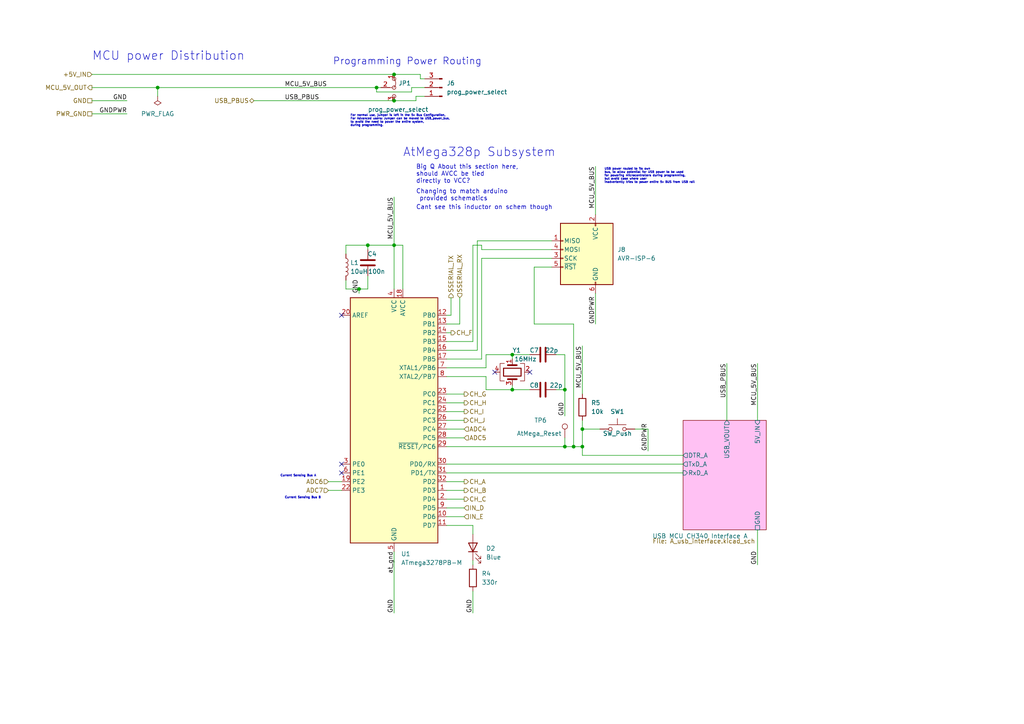
<source format=kicad_sch>
(kicad_sch (version 20211123) (generator eeschema)
  (paper "A4")
  (lib_symbols
    (symbol "000_Capacitor_Film_Immo:cap_film_0805" (pin_numbers hide) (pin_names (offset 0.254))
      (property "Reference" "C" (at 0.635 2.54 0))
      (property "Value" "cap_film_0805" (at 0.635 -2.54 0))
      (symbol "cap_film_0805_0_1"
        (polyline (pts (xy -2.032 -0.762) (xy 2.032 -0.762)) (stroke (width 0.508)))
        (polyline (pts (xy -2.032 0.762) (xy 2.032 0.762)) (stroke (width 0.508)))
      )
      (symbol "cap_film_0805_1_1"
        (pin passive line (at 0 3.81 270) (length 2.794) (name "~") (number "1"))
        (pin passive line (at 0 -3.81 90) (length 2.794) (name "~") (number "2"))
      )
    )
    (symbol "000_Connectors_Immo:Jumper_3_Bridged12" (pin_names (offset 0) hide)
      (property "Reference" "JP" (at -2.54 -2.54 0))
      (property "Value" "Jumper_3_Bridged12" (at 0 2.794 0))
      (symbol "Jumper_3_Bridged12_0_0"
        (circle (center -2.54 0) (radius 0.508))
        (circle (center 0 0) (radius 0.508))
        (circle (center 2.54 0) (radius 0.508))
      )
      (symbol "Jumper_3_Bridged12_0_1"
        (arc (start 0 -0.0807) (mid -1.27 0.4699) (end -2.54 -0.0807))
        (polyline (pts (xy 0 -1.27) (xy 0 -0.508)))
      )
      (symbol "Jumper_3_Bridged12_1_1"
        (pin passive line (at -3.81 0 0) (length 1.27) (name "A") (number "1"))
        (pin input line (at 0 -3.81 90) (length 2.54) (name "C") (number "2"))
        (pin passive line (at 3.81 0 180) (length 1.27) (name "B") (number "3"))
      )
    )
    (symbol "000_Diodes_Immo:LED_0805_smd" (pin_numbers hide) (pin_names (offset 1.016) hide)
      (property "Reference" "D" (at 0 2.54 0))
      (property "Value" "LED_0805_smd" (at 0 -3.81 0))
      (symbol "LED_0805_smd_0_1"
        (polyline (pts (xy -1.27 -1.27) (xy -1.27 1.27)) (stroke (width 0.254)))
        (polyline (pts (xy -1.27 0) (xy 1.27 0)))
        (polyline (pts (xy 1.27 -1.27) (xy 1.27 1.27) (xy -1.27 0) (xy 1.27 -1.27)) (stroke (width 0.254)))
        (polyline (pts (xy -3.048 -0.762) (xy -4.572 -2.286) (xy -3.81 -2.286) (xy -4.572 -2.286) (xy -4.572 -1.524)))
        (polyline (pts (xy -1.778 -0.762) (xy -3.302 -2.286) (xy -2.54 -2.286) (xy -3.302 -2.286) (xy -3.302 -1.524)))
      )
      (symbol "LED_0805_smd_1_1"
        (pin passive line (at -3.81 0 0) (length 2.54) (name "K") (number "1"))
        (pin passive line (at 3.81 0 180) (length 2.54) (name "A") (number "2"))
      )
    )
    (symbol "000_MCU_microcontrollers_Immo:ATmega3278PB-M"
      (property "Reference" "U" (at -12.7 36.83 0))
      (property "Value" "ATmega3278PB-M" (at 2.54 -36.83 0))
      (symbol "ATmega3278PB-M_0_1"
        (rectangle (start -12.7 -35.56) (end 12.7 35.56) (stroke (width 0.254)) (fill (type background)))
      )
      (symbol "ATmega3278PB-M_1_1"
        (pin bidirectional line (at 15.24 -20.32 180) (length 2.54) (name "PD3") (number "1"))
        (pin bidirectional line (at 15.24 -27.94 180) (length 2.54) (name "PD6") (number "10"))
        (pin bidirectional line (at 15.24 -30.48 180) (length 2.54) (name "PD7") (number "11"))
        (pin bidirectional line (at 15.24 30.48 180) (length 2.54) (name "PB0") (number "12"))
        (pin bidirectional line (at 15.24 27.94 180) (length 2.54) (name "PB1") (number "13"))
        (pin bidirectional line (at 15.24 25.4 180) (length 2.54) (name "PB2") (number "14"))
        (pin bidirectional line (at 15.24 22.86 180) (length 2.54) (name "PB3") (number "15"))
        (pin bidirectional line (at 15.24 20.32 180) (length 2.54) (name "PB4") (number "16"))
        (pin bidirectional line (at 15.24 17.78 180) (length 2.54) (name "PB5") (number "17"))
        (pin power_in line (at 2.54 38.1 270) (length 2.54) (name "AVCC") (number "18"))
        (pin bidirectional line (at -15.24 -17.78 0) (length 2.54) (name "PE2") (number "19"))
        (pin bidirectional line (at 15.24 -22.86 180) (length 2.54) (name "PD4") (number "2"))
        (pin passive line (at -15.24 30.48 0) (length 2.54) (name "AREF") (number "20"))
        (pin passive line (at 0 -38.1 90) (length 2.54) hide (name "GND") (number "21"))
        (pin bidirectional line (at -15.24 -20.32 0) (length 2.54) (name "PE3") (number "22"))
        (pin bidirectional line (at 15.24 7.62 180) (length 2.54) (name "PC0") (number "23"))
        (pin bidirectional line (at 15.24 5.08 180) (length 2.54) (name "PC1") (number "24"))
        (pin bidirectional line (at 15.24 2.54 180) (length 2.54) (name "PC2") (number "25"))
        (pin bidirectional line (at 15.24 0 180) (length 2.54) (name "PC3") (number "26"))
        (pin bidirectional line (at 15.24 -2.54 180) (length 2.54) (name "PC4") (number "27"))
        (pin bidirectional line (at 15.24 -5.08 180) (length 2.54) (name "PC5") (number "28"))
        (pin bidirectional line (at 15.24 -7.62 180) (length 2.54) (name "~{RESET}/PC6") (number "29"))
        (pin bidirectional line (at -15.24 -12.7 0) (length 2.54) (name "PE0") (number "3"))
        (pin bidirectional line (at 15.24 -12.7 180) (length 2.54) (name "PD0/RX") (number "30"))
        (pin bidirectional line (at 15.24 -15.24 180) (length 2.54) (name "PD1/TX") (number "31"))
        (pin bidirectional line (at 15.24 -17.78 180) (length 2.54) (name "PD2") (number "32"))
        (pin passive line (at 0 -38.1 90) (length 2.54) hide (name "GND") (number "33"))
        (pin power_in line (at 0 38.1 270) (length 2.54) (name "VCC") (number "4"))
        (pin power_in line (at 0 -38.1 90) (length 2.54) (name "GND") (number "5"))
        (pin bidirectional line (at -15.24 -15.24 0) (length 2.54) (name "PE1") (number "6"))
        (pin bidirectional line (at 15.24 15.24 180) (length 2.54) (name "XTAL1/PB6") (number "7"))
        (pin bidirectional line (at 15.24 12.7 180) (length 2.54) (name "XTAL2/PB7") (number "8"))
        (pin bidirectional line (at 15.24 -25.4 180) (length 2.54) (name "PD5") (number "9"))
      )
    )
    (symbol "000_Resistors_Immo:Resistor_0805" (pin_numbers hide) (pin_names (offset 0))
      (property "Reference" "R?" (at 2.54 1.2701 0))
      (property "Value" "Resistor_0805" (at 2.54 -1.2699 0))
      (symbol "Resistor_0805_0_1"
        (rectangle (start -1.016 -2.54) (end 1.016 2.54) (stroke (width 0.254)))
      )
      (symbol "Resistor_0805_1_1"
        (pin passive line (at 0 3.81 270) (length 1.27) (name "~") (number "1"))
        (pin passive line (at 0 -3.81 90) (length 1.27) (name "~") (number "2"))
      )
    )
    (symbol "Connector:AVR-ISP-6" (pin_names (offset 1.016))
      (property "Reference" "J" (at -6.35 11.43 0))
      (property "Value" "AVR-ISP-6" (at 0 11.43 0))
      (symbol "AVR-ISP-6_0_1"
        (rectangle (start -2.667 -6.858) (end -2.413 -7.62))
        (rectangle (start -2.667 10.16) (end -2.413 9.398))
        (rectangle (start 7.62 -2.413) (end 6.858 -2.667))
        (rectangle (start 7.62 0.127) (end 6.858 -0.127))
        (rectangle (start 7.62 2.667) (end 6.858 2.413))
        (rectangle (start 7.62 5.207) (end 6.858 4.953))
        (rectangle (start 7.62 10.16) (end -7.62 -7.62) (stroke (width 0.254)) (fill (type background)))
      )
      (symbol "AVR-ISP-6_1_1"
        (pin passive line (at 10.16 5.08 180) (length 2.54) (name "MISO") (number "1"))
        (pin passive line (at -2.54 12.7 270) (length 2.54) (name "VCC") (number "2"))
        (pin passive line (at 10.16 0 180) (length 2.54) (name "SCK") (number "3"))
        (pin passive line (at 10.16 2.54 180) (length 2.54) (name "MOSI") (number "4"))
        (pin passive line (at 10.16 -2.54 180) (length 2.54) (name "~{RST}") (number "5"))
        (pin passive line (at -2.54 -10.16 90) (length 2.54) (name "GND") (number "6"))
      )
    )
    (symbol "Connector:Conn_01x03_Male" (pin_names (offset 1.016) hide)
      (property "Reference" "J" (at 0 5.08 0))
      (property "Value" "Conn_01x03_Male" (at 0 -5.08 0))
      (symbol "Conn_01x03_Male_1_1"
        (polyline (pts (xy 1.27 -2.54) (xy 0.8636 -2.54)) (stroke (width 0.1524)))
        (polyline (pts (xy 1.27 0) (xy 0.8636 0)) (stroke (width 0.1524)))
        (polyline (pts (xy 1.27 2.54) (xy 0.8636 2.54)) (stroke (width 0.1524)))
        (rectangle (start 0.8636 -2.413) (end 0 -2.667) (stroke (width 0.1524)) (fill (type outline)))
        (rectangle (start 0.8636 0.127) (end 0 -0.127) (stroke (width 0.1524)) (fill (type outline)))
        (rectangle (start 0.8636 2.667) (end 0 2.413) (stroke (width 0.1524)) (fill (type outline)))
        (pin passive line (at 5.08 2.54 180) (length 3.81) (name "Pin_1") (number "1"))
        (pin passive line (at 5.08 0 180) (length 3.81) (name "Pin_2") (number "2"))
        (pin passive line (at 5.08 -2.54 180) (length 3.81) (name "Pin_3") (number "3"))
      )
    )
    (symbol "Connector:TestPoint" (pin_numbers hide) (pin_names (offset 0.762) hide)
      (property "Reference" "TP" (at 0 6.858 0))
      (property "Value" "TestPoint" (at 0 5.08 0))
      (symbol "TestPoint_0_1"
        (circle (center 0 3.302) (radius 0.762))
      )
      (symbol "TestPoint_1_1"
        (pin passive line (at 0 0 90) (length 2.54) (name "1") (number "1"))
      )
    )
    (symbol "Device:Crystal_GND24" (pin_names (offset 1.016) hide)
      (property "Reference" "Y" (at 3.175 5.08 0))
      (property "Value" "Crystal_GND24" (at 3.175 3.175 0))
      (symbol "Crystal_GND24_0_1"
        (rectangle (start -1.143 2.54) (end 1.143 -2.54) (stroke (width 0.3048)))
        (polyline (pts (xy -2.54 0) (xy -2.032 0)))
        (polyline (pts (xy -2.032 -1.27) (xy -2.032 1.27)) (stroke (width 0.508)))
        (polyline (pts (xy 0 -3.81) (xy 0 -3.556)))
        (polyline (pts (xy 0 3.556) (xy 0 3.81)))
        (polyline (pts (xy 2.032 -1.27) (xy 2.032 1.27)) (stroke (width 0.508)))
        (polyline (pts (xy 2.032 0) (xy 2.54 0)))
        (polyline (pts (xy -2.54 -2.286) (xy -2.54 -3.556) (xy 2.54 -3.556) (xy 2.54 -2.286)))
        (polyline (pts (xy -2.54 2.286) (xy -2.54 3.556) (xy 2.54 3.556) (xy 2.54 2.286)))
      )
      (symbol "Crystal_GND24_1_1"
        (pin passive line (at -3.81 0 0) (length 1.27) (name "1") (number "1"))
        (pin passive line (at 0 5.08 270) (length 1.27) (name "2") (number "2"))
        (pin passive line (at 3.81 0 180) (length 1.27) (name "3") (number "3"))
        (pin passive line (at 0 -5.08 90) (length 1.27) (name "4") (number "4"))
      )
    )
    (symbol "Device:L" (pin_numbers hide) (pin_names (offset 1.016) hide)
      (property "Reference" "L" (at -1.27 0 90))
      (property "Value" "L" (at 1.905 0 90))
      (symbol "L_0_1"
        (arc (start 0 -2.54) (mid 0.635 -1.905) (end 0 -1.27))
        (arc (start 0 -1.27) (mid 0.635 -0.635) (end 0 0))
        (arc (start 0 0) (mid 0.635 0.635) (end 0 1.27))
        (arc (start 0 1.27) (mid 0.635 1.905) (end 0 2.54))
      )
      (symbol "L_1_1"
        (pin passive line (at 0 3.81 270) (length 1.27) (name "1") (number "1"))
        (pin passive line (at 0 -3.81 90) (length 1.27) (name "2") (number "2"))
      )
    )
    (symbol "Switch:SW_Push" (pin_numbers hide) (pin_names (offset 1.016) hide)
      (property "Reference" "SW" (at 1.27 2.54 0))
      (property "Value" "SW_Push" (at 0 -1.524 0))
      (symbol "SW_Push_0_1"
        (circle (center -2.032 0) (radius 0.508))
        (polyline (pts (xy 0 1.27) (xy 0 3.048)))
        (polyline (pts (xy 2.54 1.27) (xy -2.54 1.27)))
        (circle (center 2.032 0) (radius 0.508))
        (pin passive line (at -5.08 0 0) (length 2.54) (name "1") (number "1"))
        (pin passive line (at 5.08 0 180) (length 2.54) (name "2") (number "2"))
      )
    )
    (symbol "power:PWR_FLAG" (power) (pin_numbers hide) (pin_names (offset 0) hide)
      (property "Value" "PWR_FLAG" (at 0 3.81 0))
      (symbol "PWR_FLAG_0_0"
        (pin power_out line (at 0 0 90) (length 0) (name "pwr") (number "1"))
      )
      (symbol "PWR_FLAG_0_1"
        (polyline (pts (xy 0 0) (xy 0 1.27) (xy -1.016 1.905) (xy 0 2.54) (xy 1.016 1.905) (xy 0 1.27)))
      )
    )
  )
  (junction (at 163.83 129.54))
  (junction (at 166.37 129.54))
  (junction (at 45.72 25.4))
  (junction (at 148.59 113.03))
  (junction (at 163.83 113.03))
  (junction (at 106.68 71.12))
  (junction (at 168.91 129.54))
  (junction (at 104.14 83.82))
  (junction (at 114.3 21.59))
  (junction (at 148.59 102.87))
  (junction (at 114.3 71.12))
  (junction (at 168.91 124.46))
  (junction (at 109.22 25.4))
  (junction (at 114.3 29.21))
  (no_connect (at 99.06 91.44))
  (no_connect (at 143.51 107.95))
  (no_connect (at 153.67 107.95))
  (no_connect (at 99.06 134.62))
  (no_connect (at 99.06 137.16))
  (wire (pts (xy 163.83 113.03) (xy 161.29 113.03)))
  (wire (pts (xy 129.54 96.52) (xy 130.81 96.52)))
  (wire (pts (xy 140.97 106.68) (xy 140.97 102.87)))
  (wire (pts (xy 45.72 25.4) (xy 109.22 25.4)))
  (wire (pts (xy 172.72 48.26) (xy 172.72 62.23)))
  (wire (pts (xy 114.3 160.02) (xy 114.3 177.8)))
  (wire (pts (xy 137.16 71.12) (xy 139.7 71.12)))
  (wire (pts (xy 139.7 74.93) (xy 160.02 74.93)))
  (wire (pts (xy 168.91 129.54) (xy 166.37 129.54)))
  (wire (pts (xy 104.14 83.82) (xy 104.14 85.09)))
  (wire (pts (xy 106.68 72.39) (xy 106.68 71.12)))
  (wire (pts (xy 140.97 102.87) (xy 148.59 102.87)))
  (wire (pts (xy 184.15 124.46) (xy 187.96 124.46)))
  (wire (pts (xy 129.54 129.54) (xy 163.83 129.54)))
  (wire (pts (xy 73.66 29.21) (xy 114.3 29.21)))
  (wire (pts (xy 114.3 71.12) (xy 114.3 83.82)))
  (wire (pts (xy 163.83 102.87) (xy 163.83 113.03)))
  (wire (pts (xy 172.72 85.09) (xy 172.72 93.98)))
  (wire (pts (xy 129.54 124.46) (xy 134.62 124.46)))
  (wire (pts (xy 137.16 162.56) (xy 137.16 163.83)))
  (wire (pts (xy 161.29 102.87) (xy 163.83 102.87)))
  (wire (pts (xy 129.54 127) (xy 134.62 127)))
  (wire (pts (xy 139.7 104.14) (xy 139.7 74.93)))
  (wire (pts (xy 166.37 93.98) (xy 166.37 129.54)))
  (wire (pts (xy 26.67 21.59) (xy 114.3 21.59)))
  (wire (pts (xy 198.12 132.08) (xy 168.91 132.08)))
  (wire (pts (xy 129.54 137.16) (xy 198.12 137.16)))
  (wire (pts (xy 129.54 134.62) (xy 198.12 134.62)))
  (wire (pts (xy 148.59 111.76) (xy 148.59 113.03)))
  (wire (pts (xy 129.54 119.38) (xy 134.62 119.38)))
  (wire (pts (xy 129.54 147.32) (xy 134.62 147.32)))
  (wire (pts (xy 148.59 113.03) (xy 140.97 113.03)))
  (wire (pts (xy 163.83 113.03) (xy 163.83 120.65)))
  (wire (pts (xy 139.7 71.12) (xy 139.7 72.39)))
  (wire (pts (xy 168.91 124.46) (xy 168.91 129.54)))
  (wire (pts (xy 114.3 21.59) (xy 121.92 21.59)))
  (wire (pts (xy 109.22 25.4) (xy 110.49 25.4)))
  (wire (pts (xy 129.54 101.6) (xy 138.43 101.6)))
  (wire (pts (xy 129.54 114.3) (xy 134.62 114.3)))
  (wire (pts (xy 168.91 124.46) (xy 173.99 124.46)))
  (wire (pts (xy 120.65 29.21) (xy 120.65 27.94)))
  (wire (pts (xy 129.54 116.84) (xy 134.62 116.84)))
  (wire (pts (xy 114.3 71.12) (xy 116.84 71.12)))
  (wire (pts (xy 119.38 26.67) (xy 119.38 25.4)))
  (wire (pts (xy 100.33 81.28) (xy 100.33 83.82)))
  (wire (pts (xy 116.84 83.82) (xy 116.84 71.12)))
  (wire (pts (xy 148.59 102.87) (xy 148.59 104.14)))
  (wire (pts (xy 138.43 69.85) (xy 160.02 69.85)))
  (wire (pts (xy 137.16 71.12) (xy 137.16 99.06)))
  (wire (pts (xy 129.54 139.7) (xy 134.62 139.7)))
  (wire (pts (xy 120.65 27.94) (xy 123.19 27.94)))
  (wire (pts (xy 95.25 139.7) (xy 99.06 139.7)))
  (wire (pts (xy 129.54 104.14) (xy 139.7 104.14)))
  (wire (pts (xy 168.91 129.54) (xy 168.91 132.08)))
  (wire (pts (xy 137.16 154.94) (xy 137.16 152.4)))
  (wire (pts (xy 154.94 77.47) (xy 154.94 93.98)))
  (wire (pts (xy 100.33 71.12) (xy 100.33 73.66)))
  (wire (pts (xy 106.68 83.82) (xy 106.68 80.01)))
  (wire (pts (xy 129.54 142.24) (xy 134.62 142.24)))
  (wire (pts (xy 137.16 152.4) (xy 129.54 152.4)))
  (wire (pts (xy 114.3 29.21) (xy 120.65 29.21)))
  (wire (pts (xy 129.54 144.78) (xy 134.62 144.78)))
  (wire (pts (xy 137.16 99.06) (xy 129.54 99.06)))
  (wire (pts (xy 154.94 93.98) (xy 166.37 93.98)))
  (wire (pts (xy 119.38 25.4) (xy 123.19 25.4)))
  (wire (pts (xy 163.83 127) (xy 163.83 129.54)))
  (wire (pts (xy 109.22 26.67) (xy 119.38 26.67)))
  (wire (pts (xy 163.83 129.54) (xy 166.37 129.54)))
  (wire (pts (xy 129.54 91.44) (xy 130.81 91.44)))
  (wire (pts (xy 129.54 106.68) (xy 140.97 106.68)))
  (wire (pts (xy 26.67 33.02) (xy 36.83 33.02)))
  (wire (pts (xy 148.59 113.03) (xy 153.67 113.03)))
  (wire (pts (xy 219.71 153.67) (xy 219.71 163.83)))
  (wire (pts (xy 133.35 93.98) (xy 129.54 93.98)))
  (wire (pts (xy 100.33 71.12) (xy 106.68 71.12)))
  (wire (pts (xy 140.97 113.03) (xy 140.97 109.22)))
  (wire (pts (xy 45.72 27.94) (xy 45.72 25.4)))
  (wire (pts (xy 154.94 77.47) (xy 160.02 77.47)))
  (wire (pts (xy 138.43 69.85) (xy 138.43 101.6)))
  (wire (pts (xy 121.92 21.59) (xy 121.92 22.86)))
  (wire (pts (xy 26.67 29.21) (xy 36.83 29.21)))
  (wire (pts (xy 129.54 121.92) (xy 134.62 121.92)))
  (wire (pts (xy 168.91 100.33) (xy 168.91 114.3)))
  (wire (pts (xy 219.71 105.41) (xy 219.71 121.92)))
  (wire (pts (xy 137.16 171.45) (xy 137.16 177.8)))
  (wire (pts (xy 187.96 124.46) (xy 187.96 130.81)))
  (wire (pts (xy 148.59 102.87) (xy 153.67 102.87)))
  (wire (pts (xy 168.91 124.46) (xy 168.91 121.92)))
  (wire (pts (xy 100.33 83.82) (xy 104.14 83.82)))
  (wire (pts (xy 210.82 105.41) (xy 210.82 121.92)))
  (wire (pts (xy 109.22 25.4) (xy 109.22 26.67)))
  (wire (pts (xy 133.35 86.36) (xy 133.35 93.98)))
  (wire (pts (xy 114.3 57.15) (xy 114.3 71.12)))
  (wire (pts (xy 104.14 83.82) (xy 106.68 83.82)))
  (wire (pts (xy 121.92 22.86) (xy 123.19 22.86)))
  (wire (pts (xy 129.54 149.86) (xy 134.62 149.86)))
  (wire (pts (xy 26.67 25.4) (xy 45.72 25.4)))
  (wire (pts (xy 140.97 109.22) (xy 129.54 109.22)))
  (wire (pts (xy 95.25 142.24) (xy 99.06 142.24)))
  (wire (pts (xy 130.81 91.44) (xy 130.81 86.36)))
  (wire (pts (xy 106.68 71.12) (xy 114.3 71.12)))
  (wire (pts (xy 139.7 72.39) (xy 160.02 72.39)))
  (text "AtMega328p Subsystem" (at 116.84 45.72 0) (effects (font (size 2.5 2.5)) (justify left bottom)))
  (text "MCU power Distribution" (at 26.67 17.78 0) (effects (font (size 2.5 2.5)) (justify left bottom)))
  (text "USB power routed to its own\nbus, to allow potential for USB power to be used\nfor powering microcontrollers during programming, \nbut avoid case where user\ninadvertently tries to power entire 5v BUS from USB rail" (at 175.26 53.34 0) (effects (font (size 0.6 0.6)) (justify left bottom)))
  (text "Big Q About this section here,\nshould AVCC be tied \ndirectly to VCC?" (at 120.65 53.34 0) (effects (font (size 1.27 1.27)) (justify left bottom)))
  (text "Cant see this inductor on schem though" (at 120.65 60.96 0) (effects (font (size 1.27 1.27)) (justify left bottom)))
  (text "Current Sensing Bus B" (at 82.55 144.78 0) (effects (font (size 0.6 0.6)) (justify left bottom)))
  (text "Changing to match arduino\n provided schematics" (at 120.65 58.42 0) (effects (font (size 1.27 1.27)) (justify left bottom)))
  (text "For normal use, jumper is left in the 5v Bus Configuration,\nFor Advanced users: Jumper can be moved to USB_power_bus, \nto avoid the need to power the entire system, \nduring programming.\n" (at 101.6 36.83 0) (effects (font (size 0.6 0.6)) (justify left bottom)))
  (text "Current Sensing Bus A" (at 81.28 138.43 0) (effects (font (size 0.6 0.6)) (justify left bottom)))
  (text "Programming Power Routing" (at 96.52 19.05 0) (effects (font (size 2 2)) (justify left bottom)))
  (label "MCU_5V_BUS" (at 82.55 25.4 0))
  (label "GND" (at 114.3 177.8 90))
  (label "USB_PBUS" (at 210.82 105.41 270))
  (label "GNDPWR" (at 36.83 33.02 180))
  (label "GND" (at 36.83 29.21 180))
  (label "GND" (at 137.16 177.8 90))
  (label "USB_PBUS" (at 82.55 29.21 0))
  (label "GNDPWR" (at 172.72 93.98 90))
  (label "GND" (at 163.83 120.65 90))
  (label "MCU_5V_BUS" (at 172.72 48.26 270))
  (label "MCU_5V_BUS" (at 168.91 100.33 270))
  (label "GNDPWR" (at 187.96 130.81 90))
  (label "GND" (at 104.14 85.09 90))
  (label "at_gnd" (at 114.3 166.37 90))
  (label "GND" (at 219.71 163.83 90))
  (label "MCU_5V_BUS" (at 219.71 105.41 270))
  (label "MCU_5V_BUS" (at 114.3 57.15 270))
  (hierarchical_label "CH_B" (shape output) (at 134.62 142.24 0))
  (hierarchical_label "ADC5" (shape input) (at 134.62 127 0))
  (hierarchical_label "ADC4" (shape input) (at 134.62 124.46 0))
  (hierarchical_label "CH_I" (shape output) (at 134.62 119.38 0))
  (hierarchical_label "MCU_5V_OUT" (shape output) (at 26.67 25.4 180))
  (hierarchical_label "CH_H" (shape output) (at 134.62 116.84 0))
  (hierarchical_label "IN_D" (shape input) (at 134.62 147.32 0))
  (hierarchical_label "GND" (shape passive) (at 26.67 29.21 180))
  (hierarchical_label "PWR_GND" (shape passive) (at 26.67 33.02 180))
  (hierarchical_label "+5V_IN" (shape input) (at 26.67 21.59 180))
  (hierarchical_label "ADC7" (shape input) (at 95.25 142.24 180))
  (hierarchical_label "CH_F" (shape output) (at 130.81 96.52 0))
  (hierarchical_label "SSERIAL_RX" (shape input) (at 133.35 86.36 90))
  (hierarchical_label "ADC6" (shape input) (at 95.25 139.7 180))
  (hierarchical_label "USB_PBUS" (shape bidirectional) (at 73.66 29.21 180))
  (hierarchical_label "CH_G" (shape output) (at 134.62 114.3 0))
  (hierarchical_label "CH_C" (shape output) (at 134.62 144.78 0))
  (hierarchical_label "CH_A" (shape output) (at 134.62 139.7 0))
  (hierarchical_label "CH_J" (shape output) (at 134.62 121.92 0))
  (hierarchical_label "IN_E" (shape input) (at 134.62 149.86 0))
  (hierarchical_label "SSERIAL_TX" (shape output) (at 130.81 86.36 90))
  (symbol (lib_id "Connector:Conn_01x03_Male") (at 128.27 25.4 180) (unit 1)
    (property "Reference" "J6" (at 129.54 24.1299 0) (effects (justify right)))
    (property "Value" "prog_power_select" (at 129.54 26.6699 0) (effects (justify right)))
    (property "Footprint" "Connector_PinHeader_1.27mm:PinHeader_1x03_P1.27mm_Vertical" (effects hide))
  )
  (symbol (lib_id "Switch:SW_Push") (at 179.07 124.46 0) (unit 1)
    (property "Reference" "SW1" (at 179.07 119.38 0))
    (property "Value" "SW_Push" (at 179.07 125.73 0))
    (property "Footprint" "Button_Switch_SMD:SW_SPST_EVQPE1" (effects hide))
  )
  (symbol (lib_id "000_Capacitor_Film_Immo:cap_film_0805") (at 106.68 76.2 0) (unit 1)
    (property "Reference" "C4" (at 107.95 73.66 0))
    (property "Value" "100n" (at 109.22 78.74 0))
    (property "Footprint" "Capacitor_SMD:C_0805_2012Metric_Pad1.18x1.45mm_HandSolder" (effects hide))
  )
  (symbol (lib_id "000_Resistors_Immo:Resistor_0805") (at 168.91 118.11 0) (unit 1)
    (property "Reference" "R5" (at 171.45 116.8399 0) (effects (justify left)))
    (property "Value" "10k" (at 171.45 119.3799 0) (effects (justify left)))
    (property "Footprint" "Resistor_SMD:R_0805_2012Metric_Pad1.20x1.40mm_HandSolder" (effects hide))
  )
  (symbol (lib_id "Device:Crystal_GND24") (at 148.59 107.95 270) (unit 1)
    (property "Reference" "Y1" (at 149.86 101.6 90))
    (property "Value" "16MHz" (at 152.4 104.14 90))
    (property "Footprint" "Crystal:Crystal_SMD_Abracon_ABM3C-4Pin_5.0x3.2mm" (effects hide))
  )
  (symbol (lib_id "000_Resistors_Immo:Resistor_0805") (at 137.16 167.64 0) (unit 1)
    (property "Reference" "R4" (at 139.7 166.3699 0) (effects (justify left)))
    (property "Value" "330r" (at 139.7 168.9099 0) (effects (justify left)))
    (property "Footprint" "Resistor_SMD:R_0805_2012Metric_Pad1.20x1.40mm_HandSolder" (effects hide))
  )
  (symbol (lib_id "000_MCU_microcontrollers_Immo:ATmega3278PB-M") (at 114.3 121.92 0) (unit 1)
    (property "Reference" "U1" (at 116.3194 160.655 0) (effects (justify left)))
    (property "Value" "ATmega3278PB-M" (at 116.3194 163.195 0) (effects (justify left)))
    (property "Footprint" "Package_DFN_QFN:QFN-32-1EP_5x5mm_P0.5mm_EP3.1x3.1mm" (effects hide))
    (property "Datasheet" "http://ww1.microchip.com/downloads/en/DeviceDoc/40001909A.pdf" (effects hide))
  )
  (symbol (lib_id "power:PWR_FLAG") (at 45.72 27.94 180) (unit 1)
    (property "Reference" "#FLG02" (effects hide))
    (property "Value" "PWR_FLAG" (at 45.72 33.02 0))
  )
  (symbol (lib_id "000_Capacitor_Film_Immo:cap_film_0805") (at 157.48 102.87 90) (unit 1)
    (property "Reference" "C7" (at 154.94 101.6 90))
    (property "Value" "22p" (at 160.02 101.6 90))
    (property "Footprint" "Capacitor_SMD:C_0805_2012Metric_Pad1.18x1.45mm_HandSolder" (effects hide))
  )
  (symbol (lib_id "000_Connectors_Immo:Jumper_3_Bridged12") (at 114.3 25.4 270) (unit 1)
    (property "Reference" "JP1" (at 115.57 24.1299 90) (effects (justify left)))
    (property "Value" "prog_power_select" (at 106.68 31.75 90) (effects (justify left)))
    (property "Footprint" "Jumper:SolderJumper-3_P1.3mm_Bridged12_RoundedPad1.0x1.5mm_NumberLabels" (effects hide))
  )
  (symbol (lib_id "Connector:TestPoint") (at 163.83 127 0) (unit 1)
    (property "Reference" "TP6" (at 154.94 121.92 0) (effects (justify left)))
    (property "Value" "AtMega_Reset" (at 149.86 125.73 0) (effects (justify left)))
    (property "Footprint" "TestPoint:TestPoint_Pad_D1.5mm" (effects hide))
  )
  (symbol (lib_id "Device:L") (at 100.33 77.47 0) (unit 1)
    (property "Reference" "L1" (at 101.6 76.1999 0) (effects (justify left)))
    (property "Value" "10uH" (at 101.6 78.7399 0) (effects (justify left)))
    (property "Footprint" "Inductor_SMD:L_0805_2012Metric_Pad1.05x1.20mm_HandSolder" (effects hide))
  )
  (symbol (lib_id "Connector:AVR-ISP-6") (at 170.18 74.93 0) (mirror y) (unit 1)
    (property "Reference" "J8" (at 179.07 72.3899 0) (effects (justify right)))
    (property "Value" "AVR-ISP-6" (at 179.07 74.9299 0) (effects (justify right)))
    (property "Footprint" "Connector_PinHeader_1.27mm:PinHeader_2x03_P1.27mm_Vertical" (effects hide))
    (property "Datasheet" " ~" (effects hide))
  )
  (symbol (lib_id "000_Capacitor_Film_Immo:cap_film_0805") (at 157.48 113.03 90) (unit 1)
    (property "Reference" "C8" (at 154.94 111.76 90))
    (property "Value" "22p" (at 161.29 111.76 90))
    (property "Footprint" "Capacitor_SMD:C_0805_2012Metric_Pad1.18x1.45mm_HandSolder" (effects hide))
  )
  (symbol (lib_id "000_Diodes_Immo:LED_0805_smd") (at 137.16 158.75 90) (unit 1)
    (property "Reference" "D2" (at 140.97 159.0674 90) (effects (justify right)))
    (property "Value" "Blue" (at 140.97 161.6074 90) (effects (justify right)))
    (property "Footprint" "LED_SMD:LED_0805_2012Metric_Pad1.15x1.40mm_HandSolder" (effects hide))
  )
  (sheet (at 198.12 121.92) (size 24.13 31.75) (stroke (width 0.1524)) (fill (color 255 69 219 0.3300))
    (property "Sheet name" "USB MCU CH340 Interface A" (at 189.23 156.21 0) (effects (justify left bottom)))
    (property "Sheet file" "A_usb_interface.kicad_sch" (at 189.23 156.21 0) (effects (justify left top)))
    (pin "USB_VOUT" output (at 210.82 121.92 90))
    (pin "DTR_A" output (at 198.12 132.08 180))
    (pin "TxD_A" output (at 198.12 134.62 180))
    (pin "RxD_A" input (at 198.12 137.16 180))
    (pin "5V_IN" input (at 219.71 121.92 90))
    (pin "GND" passive (at 219.71 153.67 270))
  )
)
</source>
